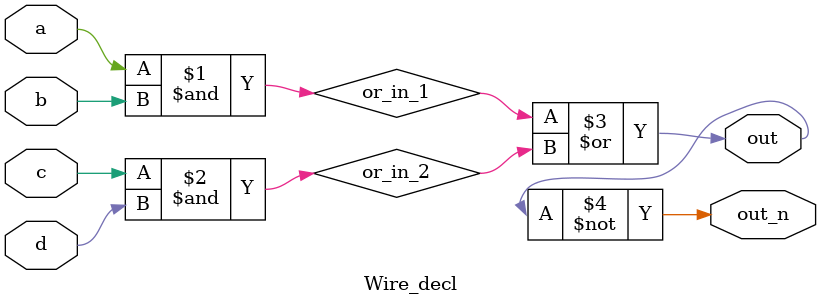
<source format=v>
`timescale 1ns / 1ps
module Wire_decl(
    input a,
    input b,
    input c,
    input d,
    output out,
    output out_n   ); 
	 wire or_in_1, or_in_2;
    
    assign or_in_1 = a & b;
    assign or_in_2 = c & d;
    assign out = or_in_1 | or_in_2;
    assign out_n = ~out;

endmodule

</source>
